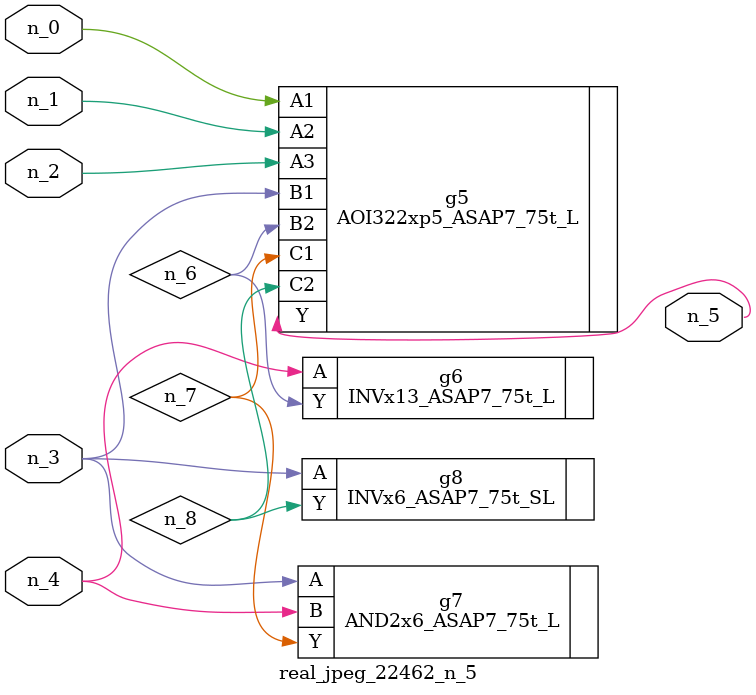
<source format=v>
module real_jpeg_22462_n_5 (n_4, n_0, n_1, n_2, n_3, n_5);

input n_4;
input n_0;
input n_1;
input n_2;
input n_3;

output n_5;

wire n_8;
wire n_6;
wire n_7;

AOI322xp5_ASAP7_75t_L g5 ( 
.A1(n_0),
.A2(n_1),
.A3(n_2),
.B1(n_3),
.B2(n_6),
.C1(n_7),
.C2(n_8),
.Y(n_5)
);

AND2x6_ASAP7_75t_L g7 ( 
.A(n_3),
.B(n_4),
.Y(n_7)
);

INVx6_ASAP7_75t_SL g8 ( 
.A(n_3),
.Y(n_8)
);

INVx13_ASAP7_75t_L g6 ( 
.A(n_4),
.Y(n_6)
);


endmodule
</source>
